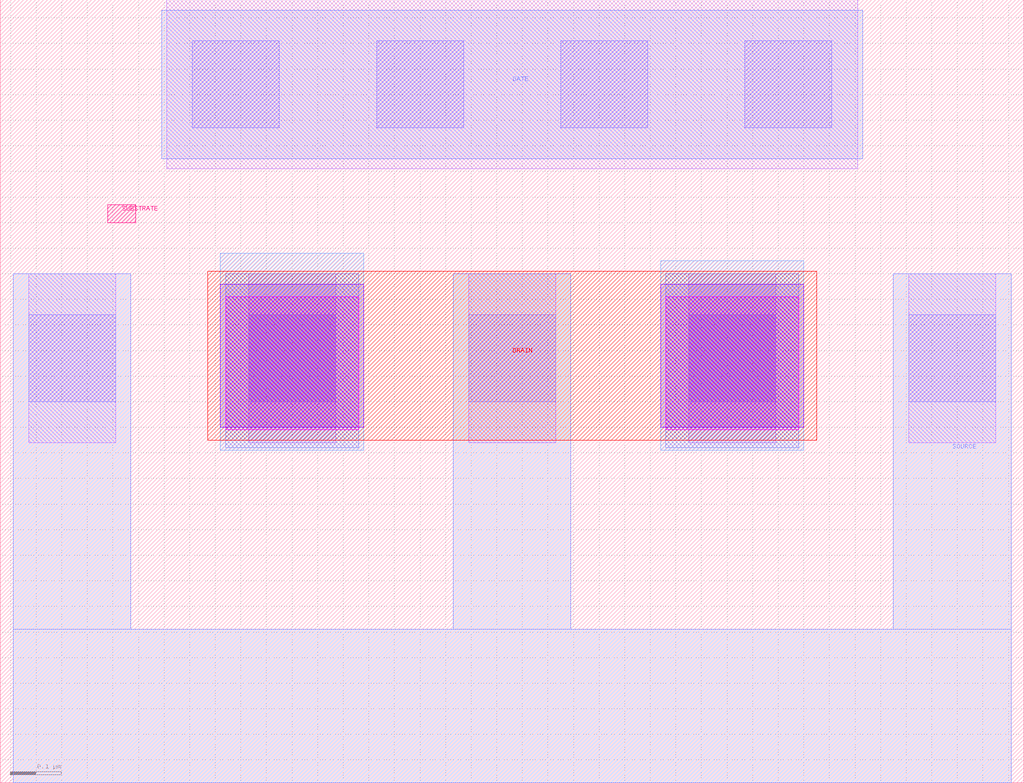
<source format=lef>
# Copyright 2020 The SkyWater PDK Authors
#
# Licensed under the Apache License, Version 2.0 (the "License");
# you may not use this file except in compliance with the License.
# You may obtain a copy of the License at
#
#     https://www.apache.org/licenses/LICENSE-2.0
#
# Unless required by applicable law or agreed to in writing, software
# distributed under the License is distributed on an "AS IS" BASIS,
# WITHOUT WARRANTIES OR CONDITIONS OF ANY KIND, either express or implied.
# See the License for the specific language governing permissions and
# limitations under the License.
#
# SPDX-License-Identifier: Apache-2.0

VERSION 5.7 ;
  NOWIREEXTENSIONATPIN ON ;
  DIVIDERCHAR "/" ;
  BUSBITCHARS "[]" ;
MACRO sky130_fd_pr__rf_nfet_01v8_lvt_aF04W0p42L0p15
  CLASS BLOCK ;
  FOREIGN sky130_fd_pr__rf_nfet_01v8_lvt_aF04W0p42L0p15 ;
  ORIGIN -0.180000  0.445000 ;
  SIZE  2.000000 BY  1.530000 ;
  PIN DRAIN
    ANTENNADIFFAREA  0.235200 ;
    PORT
      LAYER met3 ;
        RECT 0.585000 0.225000 1.775000 0.555000 ;
    END
  END DRAIN
  PIN GATE
    ANTENNAGATEAREA  0.252000 ;
    PORT
      LAYER met1 ;
        RECT 0.495000 0.775000 1.865000 1.065000 ;
    END
  END GATE
  PIN SOURCE
    ANTENNADIFFAREA  0.352800 ;
    PORT
      LAYER met1 ;
        RECT 0.205000 -0.445000 2.155000 -0.145000 ;
        RECT 0.205000 -0.145000 0.435000  0.550000 ;
        RECT 1.065000 -0.145000 1.295000  0.550000 ;
        RECT 1.925000 -0.145000 2.155000  0.550000 ;
    END
  END SOURCE
  PIN SUBSTRATE
    PORT
      LAYER pwell ;
        RECT 0.390000 0.650000 0.445000 0.685000 ;
    END
  END SUBSTRATE
  OBS
    LAYER li1 ;
      RECT 0.235000 0.220000 0.405000 0.550000 ;
      RECT 0.505000 0.755000 1.855000 1.085000 ;
      RECT 0.665000 0.220000 0.835000 0.550000 ;
      RECT 1.095000 0.220000 1.265000 0.550000 ;
      RECT 1.525000 0.220000 1.695000 0.550000 ;
      RECT 1.955000 0.220000 2.125000 0.550000 ;
    LAYER mcon ;
      RECT 0.235000 0.300000 0.405000 0.470000 ;
      RECT 0.555000 0.835000 0.725000 1.005000 ;
      RECT 0.665000 0.300000 0.835000 0.470000 ;
      RECT 0.915000 0.835000 1.085000 1.005000 ;
      RECT 1.095000 0.300000 1.265000 0.470000 ;
      RECT 1.275000 0.835000 1.445000 1.005000 ;
      RECT 1.525000 0.300000 1.695000 0.470000 ;
      RECT 1.635000 0.835000 1.805000 1.005000 ;
      RECT 1.955000 0.300000 2.125000 0.470000 ;
    LAYER met1 ;
      RECT 0.620000 0.210000 0.880000 0.550000 ;
      RECT 1.480000 0.210000 1.740000 0.550000 ;
    LAYER met2 ;
      RECT 0.610000 0.205000 0.890000 0.590000 ;
      RECT 1.470000 0.205000 1.750000 0.575000 ;
    LAYER via ;
      RECT 0.620000 0.245000 0.880000 0.505000 ;
      RECT 1.480000 0.245000 1.740000 0.505000 ;
    LAYER via2 ;
      RECT 0.610000 0.250000 0.890000 0.530000 ;
      RECT 1.470000 0.250000 1.750000 0.530000 ;
  END
END sky130_fd_pr__rf_nfet_01v8_lvt_aF04W0p42L0p15
END LIBRARY

</source>
